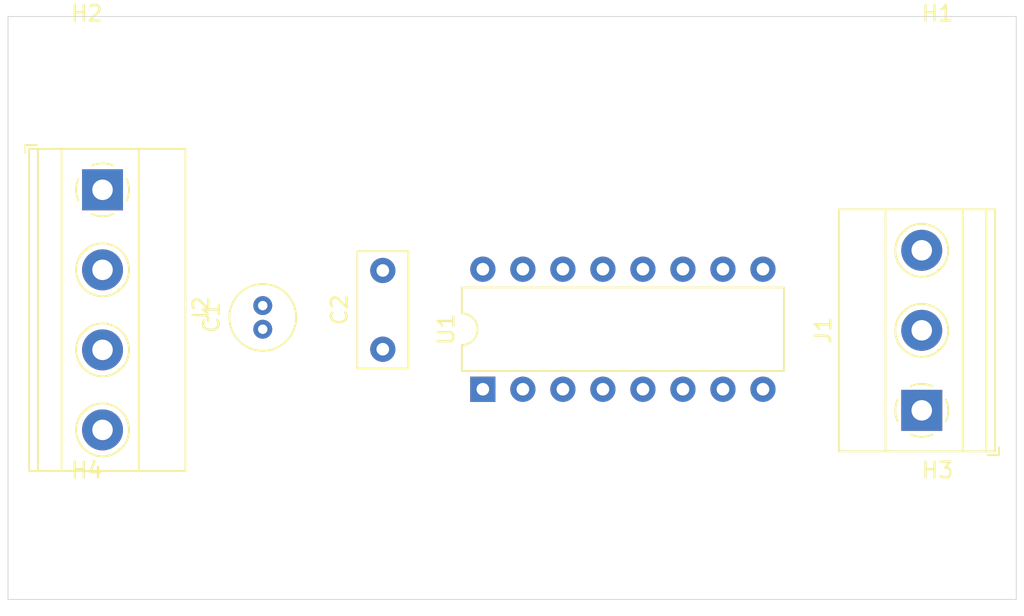
<source format=kicad_pcb>
(kicad_pcb (version 20171130) (host pcbnew "(5.1.9)-1")

  (general
    (thickness 1.6)
    (drawings 4)
    (tracks 0)
    (zones 0)
    (modules 9)
    (nets 1)
  )

  (page A4)
  (layers
    (0 F.Cu signal)
    (31 B.Cu signal)
    (32 B.Adhes user)
    (33 F.Adhes user)
    (34 B.Paste user)
    (35 F.Paste user)
    (36 B.SilkS user)
    (37 F.SilkS user)
    (38 B.Mask user)
    (39 F.Mask user)
    (40 Dwgs.User user)
    (41 Cmts.User user)
    (42 Eco1.User user)
    (43 Eco2.User user)
    (44 Edge.Cuts user)
    (45 Margin user)
    (46 B.CrtYd user)
    (47 F.CrtYd user)
    (48 B.Fab user)
    (49 F.Fab user)
  )

  (setup
    (last_trace_width 0.25)
    (trace_clearance 0.2)
    (zone_clearance 0.508)
    (zone_45_only no)
    (trace_min 0.2)
    (via_size 0.8)
    (via_drill 0.4)
    (via_min_size 0.4)
    (via_min_drill 0.3)
    (uvia_size 0.3)
    (uvia_drill 0.1)
    (uvias_allowed no)
    (uvia_min_size 0.2)
    (uvia_min_drill 0.1)
    (edge_width 0.05)
    (segment_width 0.2)
    (pcb_text_width 0.3)
    (pcb_text_size 1.5 1.5)
    (mod_edge_width 0.12)
    (mod_text_size 1 1)
    (mod_text_width 0.15)
    (pad_size 1.524 1.524)
    (pad_drill 0.762)
    (pad_to_mask_clearance 0)
    (aux_axis_origin 0 0)
    (visible_elements 7FFFFFFF)
    (pcbplotparams
      (layerselection 0x010fc_ffffffff)
      (usegerberextensions false)
      (usegerberattributes true)
      (usegerberadvancedattributes true)
      (creategerberjobfile true)
      (excludeedgelayer true)
      (linewidth 0.100000)
      (plotframeref false)
      (viasonmask false)
      (mode 1)
      (useauxorigin false)
      (hpglpennumber 1)
      (hpglpenspeed 20)
      (hpglpendiameter 15.000000)
      (psnegative false)
      (psa4output false)
      (plotreference true)
      (plotvalue true)
      (plotinvisibletext false)
      (padsonsilk false)
      (subtractmaskfromsilk false)
      (outputformat 1)
      (mirror false)
      (drillshape 1)
      (scaleselection 1)
      (outputdirectory ""))
  )

  (net 0 "")

  (net_class Default "This is the default net class."
    (clearance 0.2)
    (trace_width 0.25)
    (via_dia 0.8)
    (via_drill 0.4)
    (uvia_dia 0.3)
    (uvia_drill 0.1)
  )

  (module Capacitor_THT:C_Radial_D4.0mm_H7.0mm_P1.50mm (layer F.Cu) (tedit 5BC5C9B9) (tstamp 600FCFD3)
    (at 90.17 69.85 90)
    (descr "C, Radial series, Radial, pin pitch=1.50mm, diameter=4mm, height=7mm, Non-Polar Electrolytic Capacitor")
    (tags "C Radial series Radial pin pitch 1.50mm diameter 4mm height 7mm Non-Polar Electrolytic Capacitor")
    (path /601200CC)
    (fp_text reference C1 (at 0.75 -3.25 90) (layer F.SilkS)
      (effects (font (size 1 1) (thickness 0.15)))
    )
    (fp_text value CAP (at 0.75 3.25 90) (layer F.Fab)
      (effects (font (size 1 1) (thickness 0.15)))
    )
    (fp_circle (center 0.75 0) (end 2.75 0) (layer F.Fab) (width 0.1))
    (fp_circle (center 0.75 0) (end 2.87 0) (layer F.SilkS) (width 0.12))
    (fp_circle (center 0.75 0) (end 3 0) (layer F.CrtYd) (width 0.05))
    (fp_text user %R (at 0.75 0 90) (layer F.Fab)
      (effects (font (size 0.8 0.8) (thickness 0.12)))
    )
    (pad 1 thru_hole circle (at 0 0 90) (size 1.2 1.2) (drill 0.6) (layers *.Cu *.Mask))
    (pad 2 thru_hole circle (at 1.5 0 90) (size 1.2 1.2) (drill 0.6) (layers *.Cu *.Mask))
    (model ${KISYS3DMOD}/Capacitor_THT.3dshapes/C_Radial_D4.0mm_H7.0mm_P1.50mm.wrl
      (at (xyz 0 0 0))
      (scale (xyz 1 1 1))
      (rotate (xyz 0 0 0))
    )
  )

  (module Capacitor_THT:C_Rect_L7.2mm_W3.0mm_P5.00mm_FKS2_FKP2_MKS2_MKP2 (layer F.Cu) (tedit 5AE50EF0) (tstamp 600FCFE6)
    (at 97.79 71.12 90)
    (descr "C, Rect series, Radial, pin pitch=5.00mm, , length*width=7.2*3.0mm^2, Capacitor, http://www.wima.com/EN/WIMA_FKS_2.pdf")
    (tags "C Rect series Radial pin pitch 5.00mm  length 7.2mm width 3.0mm Capacitor")
    (path /6012051A)
    (fp_text reference C2 (at 2.5 -2.75 90) (layer F.SilkS)
      (effects (font (size 1 1) (thickness 0.15)))
    )
    (fp_text value CAP (at 2.5 2.75 90) (layer F.Fab)
      (effects (font (size 1 1) (thickness 0.15)))
    )
    (fp_line (start -1.1 -1.5) (end -1.1 1.5) (layer F.Fab) (width 0.1))
    (fp_line (start -1.1 1.5) (end 6.1 1.5) (layer F.Fab) (width 0.1))
    (fp_line (start 6.1 1.5) (end 6.1 -1.5) (layer F.Fab) (width 0.1))
    (fp_line (start 6.1 -1.5) (end -1.1 -1.5) (layer F.Fab) (width 0.1))
    (fp_line (start -1.22 -1.62) (end 6.22 -1.62) (layer F.SilkS) (width 0.12))
    (fp_line (start -1.22 1.62) (end 6.22 1.62) (layer F.SilkS) (width 0.12))
    (fp_line (start -1.22 -1.62) (end -1.22 1.62) (layer F.SilkS) (width 0.12))
    (fp_line (start 6.22 -1.62) (end 6.22 1.62) (layer F.SilkS) (width 0.12))
    (fp_line (start -1.35 -1.75) (end -1.35 1.75) (layer F.CrtYd) (width 0.05))
    (fp_line (start -1.35 1.75) (end 6.35 1.75) (layer F.CrtYd) (width 0.05))
    (fp_line (start 6.35 1.75) (end 6.35 -1.75) (layer F.CrtYd) (width 0.05))
    (fp_line (start 6.35 -1.75) (end -1.35 -1.75) (layer F.CrtYd) (width 0.05))
    (fp_text user %R (at 2.5 0 90) (layer F.Fab)
      (effects (font (size 1 1) (thickness 0.15)))
    )
    (pad 1 thru_hole circle (at 0 0 90) (size 1.6 1.6) (drill 0.8) (layers *.Cu *.Mask))
    (pad 2 thru_hole circle (at 5 0 90) (size 1.6 1.6) (drill 0.8) (layers *.Cu *.Mask))
    (model ${KISYS3DMOD}/Capacitor_THT.3dshapes/C_Rect_L7.2mm_W3.0mm_P5.00mm_FKS2_FKP2_MKS2_MKP2.wrl
      (at (xyz 0 0 0))
      (scale (xyz 1 1 1))
      (rotate (xyz 0 0 0))
    )
  )

  (module Package_DIP:DIP-16_W7.62mm (layer F.Cu) (tedit 5A02E8C5) (tstamp 600FD05F)
    (at 104.14 73.66 90)
    (descr "16-lead though-hole mounted DIP package, row spacing 7.62 mm (300 mils)")
    (tags "THT DIP DIL PDIP 2.54mm 7.62mm 300mil")
    (path /6011F908)
    (fp_text reference U1 (at 3.81 -2.33 90) (layer F.SilkS)
      (effects (font (size 1 1) (thickness 0.15)))
    )
    (fp_text value 74LS153 (at 3.81 20.11 90) (layer F.Fab)
      (effects (font (size 1 1) (thickness 0.15)))
    )
    (fp_line (start 1.635 -1.27) (end 6.985 -1.27) (layer F.Fab) (width 0.1))
    (fp_line (start 6.985 -1.27) (end 6.985 19.05) (layer F.Fab) (width 0.1))
    (fp_line (start 6.985 19.05) (end 0.635 19.05) (layer F.Fab) (width 0.1))
    (fp_line (start 0.635 19.05) (end 0.635 -0.27) (layer F.Fab) (width 0.1))
    (fp_line (start 0.635 -0.27) (end 1.635 -1.27) (layer F.Fab) (width 0.1))
    (fp_line (start 2.81 -1.33) (end 1.16 -1.33) (layer F.SilkS) (width 0.12))
    (fp_line (start 1.16 -1.33) (end 1.16 19.11) (layer F.SilkS) (width 0.12))
    (fp_line (start 1.16 19.11) (end 6.46 19.11) (layer F.SilkS) (width 0.12))
    (fp_line (start 6.46 19.11) (end 6.46 -1.33) (layer F.SilkS) (width 0.12))
    (fp_line (start 6.46 -1.33) (end 4.81 -1.33) (layer F.SilkS) (width 0.12))
    (fp_line (start -1.1 -1.55) (end -1.1 19.3) (layer F.CrtYd) (width 0.05))
    (fp_line (start -1.1 19.3) (end 8.7 19.3) (layer F.CrtYd) (width 0.05))
    (fp_line (start 8.7 19.3) (end 8.7 -1.55) (layer F.CrtYd) (width 0.05))
    (fp_line (start 8.7 -1.55) (end -1.1 -1.55) (layer F.CrtYd) (width 0.05))
    (fp_arc (start 3.81 -1.33) (end 2.81 -1.33) (angle -180) (layer F.SilkS) (width 0.12))
    (fp_text user %R (at 3.81 8.89 90) (layer F.Fab)
      (effects (font (size 1 1) (thickness 0.15)))
    )
    (pad 1 thru_hole rect (at 0 0 90) (size 1.6 1.6) (drill 0.8) (layers *.Cu *.Mask))
    (pad 9 thru_hole oval (at 7.62 17.78 90) (size 1.6 1.6) (drill 0.8) (layers *.Cu *.Mask))
    (pad 2 thru_hole oval (at 0 2.54 90) (size 1.6 1.6) (drill 0.8) (layers *.Cu *.Mask))
    (pad 10 thru_hole oval (at 7.62 15.24 90) (size 1.6 1.6) (drill 0.8) (layers *.Cu *.Mask))
    (pad 3 thru_hole oval (at 0 5.08 90) (size 1.6 1.6) (drill 0.8) (layers *.Cu *.Mask))
    (pad 11 thru_hole oval (at 7.62 12.7 90) (size 1.6 1.6) (drill 0.8) (layers *.Cu *.Mask))
    (pad 4 thru_hole oval (at 0 7.62 90) (size 1.6 1.6) (drill 0.8) (layers *.Cu *.Mask))
    (pad 12 thru_hole oval (at 7.62 10.16 90) (size 1.6 1.6) (drill 0.8) (layers *.Cu *.Mask))
    (pad 5 thru_hole oval (at 0 10.16 90) (size 1.6 1.6) (drill 0.8) (layers *.Cu *.Mask))
    (pad 13 thru_hole oval (at 7.62 7.62 90) (size 1.6 1.6) (drill 0.8) (layers *.Cu *.Mask))
    (pad 6 thru_hole oval (at 0 12.7 90) (size 1.6 1.6) (drill 0.8) (layers *.Cu *.Mask))
    (pad 14 thru_hole oval (at 7.62 5.08 90) (size 1.6 1.6) (drill 0.8) (layers *.Cu *.Mask))
    (pad 7 thru_hole oval (at 0 15.24 90) (size 1.6 1.6) (drill 0.8) (layers *.Cu *.Mask))
    (pad 15 thru_hole oval (at 7.62 2.54 90) (size 1.6 1.6) (drill 0.8) (layers *.Cu *.Mask))
    (pad 8 thru_hole oval (at 0 17.78 90) (size 1.6 1.6) (drill 0.8) (layers *.Cu *.Mask))
    (pad 16 thru_hole oval (at 7.62 0 90) (size 1.6 1.6) (drill 0.8) (layers *.Cu *.Mask))
    (model ${KISYS3DMOD}/Package_DIP.3dshapes/DIP-16_W7.62mm.wrl
      (at (xyz 0 0 0))
      (scale (xyz 1 1 1))
      (rotate (xyz 0 0 0))
    )
  )

  (module MountingHole:MountingHole_3.2mm_M3 (layer F.Cu) (tedit 56D1B4CB) (tstamp 601852F6)
    (at 133 54)
    (descr "Mounting Hole 3.2mm, no annular, M3")
    (tags "mounting hole 3.2mm no annular m3")
    (path /601870BA)
    (attr virtual)
    (fp_text reference H1 (at 0 -4.2) (layer F.SilkS)
      (effects (font (size 1 1) (thickness 0.15)))
    )
    (fp_text value MountingHole (at 0 4.2) (layer F.Fab)
      (effects (font (size 1 1) (thickness 0.15)))
    )
    (fp_circle (center 0 0) (end 3.45 0) (layer F.CrtYd) (width 0.05))
    (fp_circle (center 0 0) (end 3.2 0) (layer Cmts.User) (width 0.15))
    (fp_text user %R (at 0.3 0) (layer F.Fab)
      (effects (font (size 1 1) (thickness 0.15)))
    )
    (pad 1 np_thru_hole circle (at 0 0) (size 3.2 3.2) (drill 3.2) (layers *.Cu *.Mask))
  )

  (module MountingHole:MountingHole_3.2mm_M3 (layer F.Cu) (tedit 56D1B4CB) (tstamp 601852FE)
    (at 79 54)
    (descr "Mounting Hole 3.2mm, no annular, M3")
    (tags "mounting hole 3.2mm no annular m3")
    (path /60188DF0)
    (attr virtual)
    (fp_text reference H2 (at 0 -4.2) (layer F.SilkS)
      (effects (font (size 1 1) (thickness 0.15)))
    )
    (fp_text value MountingHole (at 0 4.2) (layer F.Fab)
      (effects (font (size 1 1) (thickness 0.15)))
    )
    (fp_text user %R (at 0.3 0) (layer F.Fab)
      (effects (font (size 1 1) (thickness 0.15)))
    )
    (fp_circle (center 0 0) (end 3.2 0) (layer Cmts.User) (width 0.15))
    (fp_circle (center 0 0) (end 3.45 0) (layer F.CrtYd) (width 0.05))
    (pad 1 np_thru_hole circle (at 0 0) (size 3.2 3.2) (drill 3.2) (layers *.Cu *.Mask))
  )

  (module MountingHole:MountingHole_3.2mm_M3 (layer F.Cu) (tedit 56D1B4CB) (tstamp 60185306)
    (at 133 83)
    (descr "Mounting Hole 3.2mm, no annular, M3")
    (tags "mounting hole 3.2mm no annular m3")
    (path /60189097)
    (attr virtual)
    (fp_text reference H3 (at 0 -4.2) (layer F.SilkS)
      (effects (font (size 1 1) (thickness 0.15)))
    )
    (fp_text value MountingHole (at 0 4.2) (layer F.Fab)
      (effects (font (size 1 1) (thickness 0.15)))
    )
    (fp_circle (center 0 0) (end 3.45 0) (layer F.CrtYd) (width 0.05))
    (fp_circle (center 0 0) (end 3.2 0) (layer Cmts.User) (width 0.15))
    (fp_text user %R (at 0.3 0) (layer F.Fab)
      (effects (font (size 1 1) (thickness 0.15)))
    )
    (pad 1 np_thru_hole circle (at 0 0) (size 3.2 3.2) (drill 3.2) (layers *.Cu *.Mask))
  )

  (module MountingHole:MountingHole_3.2mm_M3 (layer F.Cu) (tedit 56D1B4CB) (tstamp 6018530E)
    (at 79 83)
    (descr "Mounting Hole 3.2mm, no annular, M3")
    (tags "mounting hole 3.2mm no annular m3")
    (path /601892C5)
    (attr virtual)
    (fp_text reference H4 (at 0 -4.2) (layer F.SilkS)
      (effects (font (size 1 1) (thickness 0.15)))
    )
    (fp_text value MountingHole (at 0 4.2) (layer F.Fab)
      (effects (font (size 1 1) (thickness 0.15)))
    )
    (fp_text user %R (at 0.3 0) (layer F.Fab)
      (effects (font (size 1 1) (thickness 0.15)))
    )
    (fp_circle (center 0 0) (end 3.2 0) (layer Cmts.User) (width 0.15))
    (fp_circle (center 0 0) (end 3.45 0) (layer F.CrtYd) (width 0.05))
    (pad 1 np_thru_hole circle (at 0 0) (size 3.2 3.2) (drill 3.2) (layers *.Cu *.Mask))
  )

  (module TerminalBlock_Phoenix:TerminalBlock_Phoenix_MKDS-1,5-3-5.08_1x03_P5.08mm_Horizontal (layer F.Cu) (tedit 5B294EBC) (tstamp 60185343)
    (at 132 75 90)
    (descr "Terminal Block Phoenix MKDS-1,5-3-5.08, 3 pins, pitch 5.08mm, size 15.2x9.8mm^2, drill diamater 1.3mm, pad diameter 2.6mm, see http://www.farnell.com/datasheets/100425.pdf, script-generated using https://github.com/pointhi/kicad-footprint-generator/scripts/TerminalBlock_Phoenix")
    (tags "THT Terminal Block Phoenix MKDS-1,5-3-5.08 pitch 5.08mm size 15.2x9.8mm^2 drill 1.3mm pad 2.6mm")
    (path /60185398)
    (fp_text reference J1 (at 5.08 -6.26 90) (layer F.SilkS)
      (effects (font (size 1 1) (thickness 0.15)))
    )
    (fp_text value Screw_Terminal_01x03 (at 5.08 5.66 90) (layer F.Fab)
      (effects (font (size 1 1) (thickness 0.15)))
    )
    (fp_line (start 13.21 -5.71) (end -3.04 -5.71) (layer F.CrtYd) (width 0.05))
    (fp_line (start 13.21 5.1) (end 13.21 -5.71) (layer F.CrtYd) (width 0.05))
    (fp_line (start -3.04 5.1) (end 13.21 5.1) (layer F.CrtYd) (width 0.05))
    (fp_line (start -3.04 -5.71) (end -3.04 5.1) (layer F.CrtYd) (width 0.05))
    (fp_line (start -2.84 4.9) (end -2.34 4.9) (layer F.SilkS) (width 0.12))
    (fp_line (start -2.84 4.16) (end -2.84 4.9) (layer F.SilkS) (width 0.12))
    (fp_line (start 8.933 1.023) (end 8.886 1.069) (layer F.SilkS) (width 0.12))
    (fp_line (start 11.23 -1.275) (end 11.195 -1.239) (layer F.SilkS) (width 0.12))
    (fp_line (start 9.126 1.239) (end 9.091 1.274) (layer F.SilkS) (width 0.12))
    (fp_line (start 11.435 -1.069) (end 11.388 -1.023) (layer F.SilkS) (width 0.12))
    (fp_line (start 11.115 -1.138) (end 9.023 0.955) (layer F.Fab) (width 0.1))
    (fp_line (start 11.298 -0.955) (end 9.206 1.138) (layer F.Fab) (width 0.1))
    (fp_line (start 3.853 1.023) (end 3.806 1.069) (layer F.SilkS) (width 0.12))
    (fp_line (start 6.15 -1.275) (end 6.115 -1.239) (layer F.SilkS) (width 0.12))
    (fp_line (start 4.046 1.239) (end 4.011 1.274) (layer F.SilkS) (width 0.12))
    (fp_line (start 6.355 -1.069) (end 6.308 -1.023) (layer F.SilkS) (width 0.12))
    (fp_line (start 6.035 -1.138) (end 3.943 0.955) (layer F.Fab) (width 0.1))
    (fp_line (start 6.218 -0.955) (end 4.126 1.138) (layer F.Fab) (width 0.1))
    (fp_line (start 0.955 -1.138) (end -1.138 0.955) (layer F.Fab) (width 0.1))
    (fp_line (start 1.138 -0.955) (end -0.955 1.138) (layer F.Fab) (width 0.1))
    (fp_line (start 12.76 -5.261) (end 12.76 4.66) (layer F.SilkS) (width 0.12))
    (fp_line (start -2.6 -5.261) (end -2.6 4.66) (layer F.SilkS) (width 0.12))
    (fp_line (start -2.6 4.66) (end 12.76 4.66) (layer F.SilkS) (width 0.12))
    (fp_line (start -2.6 -5.261) (end 12.76 -5.261) (layer F.SilkS) (width 0.12))
    (fp_line (start -2.6 -2.301) (end 12.76 -2.301) (layer F.SilkS) (width 0.12))
    (fp_line (start -2.54 -2.3) (end 12.7 -2.3) (layer F.Fab) (width 0.1))
    (fp_line (start -2.6 2.6) (end 12.76 2.6) (layer F.SilkS) (width 0.12))
    (fp_line (start -2.54 2.6) (end 12.7 2.6) (layer F.Fab) (width 0.1))
    (fp_line (start -2.6 4.1) (end 12.76 4.1) (layer F.SilkS) (width 0.12))
    (fp_line (start -2.54 4.1) (end 12.7 4.1) (layer F.Fab) (width 0.1))
    (fp_line (start -2.54 4.1) (end -2.54 -5.2) (layer F.Fab) (width 0.1))
    (fp_line (start -2.04 4.6) (end -2.54 4.1) (layer F.Fab) (width 0.1))
    (fp_line (start 12.7 4.6) (end -2.04 4.6) (layer F.Fab) (width 0.1))
    (fp_line (start 12.7 -5.2) (end 12.7 4.6) (layer F.Fab) (width 0.1))
    (fp_line (start -2.54 -5.2) (end 12.7 -5.2) (layer F.Fab) (width 0.1))
    (fp_circle (center 10.16 0) (end 11.84 0) (layer F.SilkS) (width 0.12))
    (fp_circle (center 10.16 0) (end 11.66 0) (layer F.Fab) (width 0.1))
    (fp_circle (center 5.08 0) (end 6.76 0) (layer F.SilkS) (width 0.12))
    (fp_circle (center 5.08 0) (end 6.58 0) (layer F.Fab) (width 0.1))
    (fp_circle (center 0 0) (end 1.5 0) (layer F.Fab) (width 0.1))
    (fp_arc (start 0 0) (end 0 1.68) (angle -24) (layer F.SilkS) (width 0.12))
    (fp_arc (start 0 0) (end 1.535 0.684) (angle -48) (layer F.SilkS) (width 0.12))
    (fp_arc (start 0 0) (end 0.684 -1.535) (angle -48) (layer F.SilkS) (width 0.12))
    (fp_arc (start 0 0) (end -1.535 -0.684) (angle -48) (layer F.SilkS) (width 0.12))
    (fp_arc (start 0 0) (end -0.684 1.535) (angle -25) (layer F.SilkS) (width 0.12))
    (fp_text user %R (at 5.08 3.2 90) (layer F.Fab)
      (effects (font (size 1 1) (thickness 0.15)))
    )
    (pad 1 thru_hole rect (at 0 0 90) (size 2.6 2.6) (drill 1.3) (layers *.Cu *.Mask))
    (pad 2 thru_hole circle (at 5.08 0 90) (size 2.6 2.6) (drill 1.3) (layers *.Cu *.Mask))
    (pad 3 thru_hole circle (at 10.16 0 90) (size 2.6 2.6) (drill 1.3) (layers *.Cu *.Mask))
    (model ${KISYS3DMOD}/TerminalBlock_Phoenix.3dshapes/TerminalBlock_Phoenix_MKDS-1,5-3-5.08_1x03_P5.08mm_Horizontal.wrl
      (at (xyz 0 0 0))
      (scale (xyz 1 1 1))
      (rotate (xyz 0 0 0))
    )
  )

  (module TerminalBlock_Phoenix:TerminalBlock_Phoenix_MKDS-1,5-4-5.08_1x04_P5.08mm_Horizontal (layer F.Cu) (tedit 5B294EBC) (tstamp 60185381)
    (at 80 61 270)
    (descr "Terminal Block Phoenix MKDS-1,5-4-5.08, 4 pins, pitch 5.08mm, size 20.3x9.8mm^2, drill diamater 1.3mm, pad diameter 2.6mm, see http://www.farnell.com/datasheets/100425.pdf, script-generated using https://github.com/pointhi/kicad-footprint-generator/scripts/TerminalBlock_Phoenix")
    (tags "THT Terminal Block Phoenix MKDS-1,5-4-5.08 pitch 5.08mm size 20.3x9.8mm^2 drill 1.3mm pad 2.6mm")
    (path /601861EF)
    (fp_text reference J2 (at 7.62 -6.26 90) (layer F.SilkS)
      (effects (font (size 1 1) (thickness 0.15)))
    )
    (fp_text value Screw_Terminal_01x04 (at 7.62 5.66 90) (layer F.Fab)
      (effects (font (size 1 1) (thickness 0.15)))
    )
    (fp_line (start 18.28 -5.71) (end -3.04 -5.71) (layer F.CrtYd) (width 0.05))
    (fp_line (start 18.28 5.1) (end 18.28 -5.71) (layer F.CrtYd) (width 0.05))
    (fp_line (start -3.04 5.1) (end 18.28 5.1) (layer F.CrtYd) (width 0.05))
    (fp_line (start -3.04 -5.71) (end -3.04 5.1) (layer F.CrtYd) (width 0.05))
    (fp_line (start -2.84 4.9) (end -2.34 4.9) (layer F.SilkS) (width 0.12))
    (fp_line (start -2.84 4.16) (end -2.84 4.9) (layer F.SilkS) (width 0.12))
    (fp_line (start 14.013 1.023) (end 13.966 1.069) (layer F.SilkS) (width 0.12))
    (fp_line (start 16.31 -1.275) (end 16.275 -1.239) (layer F.SilkS) (width 0.12))
    (fp_line (start 14.206 1.239) (end 14.171 1.274) (layer F.SilkS) (width 0.12))
    (fp_line (start 16.515 -1.069) (end 16.468 -1.023) (layer F.SilkS) (width 0.12))
    (fp_line (start 16.195 -1.138) (end 14.103 0.955) (layer F.Fab) (width 0.1))
    (fp_line (start 16.378 -0.955) (end 14.286 1.138) (layer F.Fab) (width 0.1))
    (fp_line (start 8.933 1.023) (end 8.886 1.069) (layer F.SilkS) (width 0.12))
    (fp_line (start 11.23 -1.275) (end 11.195 -1.239) (layer F.SilkS) (width 0.12))
    (fp_line (start 9.126 1.239) (end 9.091 1.274) (layer F.SilkS) (width 0.12))
    (fp_line (start 11.435 -1.069) (end 11.388 -1.023) (layer F.SilkS) (width 0.12))
    (fp_line (start 11.115 -1.138) (end 9.023 0.955) (layer F.Fab) (width 0.1))
    (fp_line (start 11.298 -0.955) (end 9.206 1.138) (layer F.Fab) (width 0.1))
    (fp_line (start 3.853 1.023) (end 3.806 1.069) (layer F.SilkS) (width 0.12))
    (fp_line (start 6.15 -1.275) (end 6.115 -1.239) (layer F.SilkS) (width 0.12))
    (fp_line (start 4.046 1.239) (end 4.011 1.274) (layer F.SilkS) (width 0.12))
    (fp_line (start 6.355 -1.069) (end 6.308 -1.023) (layer F.SilkS) (width 0.12))
    (fp_line (start 6.035 -1.138) (end 3.943 0.955) (layer F.Fab) (width 0.1))
    (fp_line (start 6.218 -0.955) (end 4.126 1.138) (layer F.Fab) (width 0.1))
    (fp_line (start 0.955 -1.138) (end -1.138 0.955) (layer F.Fab) (width 0.1))
    (fp_line (start 1.138 -0.955) (end -0.955 1.138) (layer F.Fab) (width 0.1))
    (fp_line (start 17.84 -5.261) (end 17.84 4.66) (layer F.SilkS) (width 0.12))
    (fp_line (start -2.6 -5.261) (end -2.6 4.66) (layer F.SilkS) (width 0.12))
    (fp_line (start -2.6 4.66) (end 17.84 4.66) (layer F.SilkS) (width 0.12))
    (fp_line (start -2.6 -5.261) (end 17.84 -5.261) (layer F.SilkS) (width 0.12))
    (fp_line (start -2.6 -2.301) (end 17.84 -2.301) (layer F.SilkS) (width 0.12))
    (fp_line (start -2.54 -2.3) (end 17.78 -2.3) (layer F.Fab) (width 0.1))
    (fp_line (start -2.6 2.6) (end 17.84 2.6) (layer F.SilkS) (width 0.12))
    (fp_line (start -2.54 2.6) (end 17.78 2.6) (layer F.Fab) (width 0.1))
    (fp_line (start -2.6 4.1) (end 17.84 4.1) (layer F.SilkS) (width 0.12))
    (fp_line (start -2.54 4.1) (end 17.78 4.1) (layer F.Fab) (width 0.1))
    (fp_line (start -2.54 4.1) (end -2.54 -5.2) (layer F.Fab) (width 0.1))
    (fp_line (start -2.04 4.6) (end -2.54 4.1) (layer F.Fab) (width 0.1))
    (fp_line (start 17.78 4.6) (end -2.04 4.6) (layer F.Fab) (width 0.1))
    (fp_line (start 17.78 -5.2) (end 17.78 4.6) (layer F.Fab) (width 0.1))
    (fp_line (start -2.54 -5.2) (end 17.78 -5.2) (layer F.Fab) (width 0.1))
    (fp_circle (center 15.24 0) (end 16.92 0) (layer F.SilkS) (width 0.12))
    (fp_circle (center 15.24 0) (end 16.74 0) (layer F.Fab) (width 0.1))
    (fp_circle (center 10.16 0) (end 11.84 0) (layer F.SilkS) (width 0.12))
    (fp_circle (center 10.16 0) (end 11.66 0) (layer F.Fab) (width 0.1))
    (fp_circle (center 5.08 0) (end 6.76 0) (layer F.SilkS) (width 0.12))
    (fp_circle (center 5.08 0) (end 6.58 0) (layer F.Fab) (width 0.1))
    (fp_circle (center 0 0) (end 1.5 0) (layer F.Fab) (width 0.1))
    (fp_arc (start 0 0) (end 0 1.68) (angle -24) (layer F.SilkS) (width 0.12))
    (fp_arc (start 0 0) (end 1.535 0.684) (angle -48) (layer F.SilkS) (width 0.12))
    (fp_arc (start 0 0) (end 0.684 -1.535) (angle -48) (layer F.SilkS) (width 0.12))
    (fp_arc (start 0 0) (end -1.535 -0.684) (angle -48) (layer F.SilkS) (width 0.12))
    (fp_arc (start 0 0) (end -0.684 1.535) (angle -25) (layer F.SilkS) (width 0.12))
    (fp_text user %R (at 7.62 3.2 90) (layer F.Fab)
      (effects (font (size 1 1) (thickness 0.15)))
    )
    (pad 1 thru_hole rect (at 0 0 270) (size 2.6 2.6) (drill 1.3) (layers *.Cu *.Mask))
    (pad 2 thru_hole circle (at 5.08 0 270) (size 2.6 2.6) (drill 1.3) (layers *.Cu *.Mask))
    (pad 3 thru_hole circle (at 10.16 0 270) (size 2.6 2.6) (drill 1.3) (layers *.Cu *.Mask))
    (pad 4 thru_hole circle (at 15.24 0 270) (size 2.6 2.6) (drill 1.3) (layers *.Cu *.Mask))
    (model ${KISYS3DMOD}/TerminalBlock_Phoenix.3dshapes/TerminalBlock_Phoenix_MKDS-1,5-4-5.08_1x04_P5.08mm_Horizontal.wrl
      (at (xyz 0 0 0))
      (scale (xyz 1 1 1))
      (rotate (xyz 0 0 0))
    )
  )

  (gr_line (start 138 50) (end 74 50) (layer Edge.Cuts) (width 0.05) (tstamp 601856E4))
  (gr_line (start 138 87) (end 138 50) (layer Edge.Cuts) (width 0.05))
  (gr_line (start 74 87) (end 138 87) (layer Edge.Cuts) (width 0.05))
  (gr_line (start 74 50) (end 74 87) (layer Edge.Cuts) (width 0.05))

)

</source>
